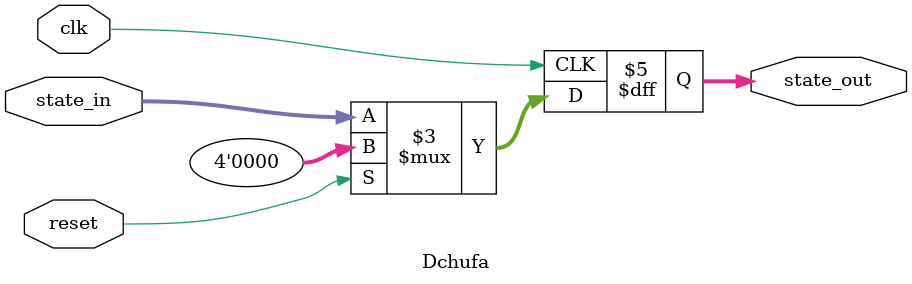
<source format=v>
module Dchufa(state_in,clk,reset,state_out);
  input [3:0] state_in;
  input clk,reset;
  output reg[3:0] state_out;
  always@(posedge clk)
  begin
    if(reset) state_out=4'b0000;
    else state_out=state_in;
  end
endmodule

</source>
